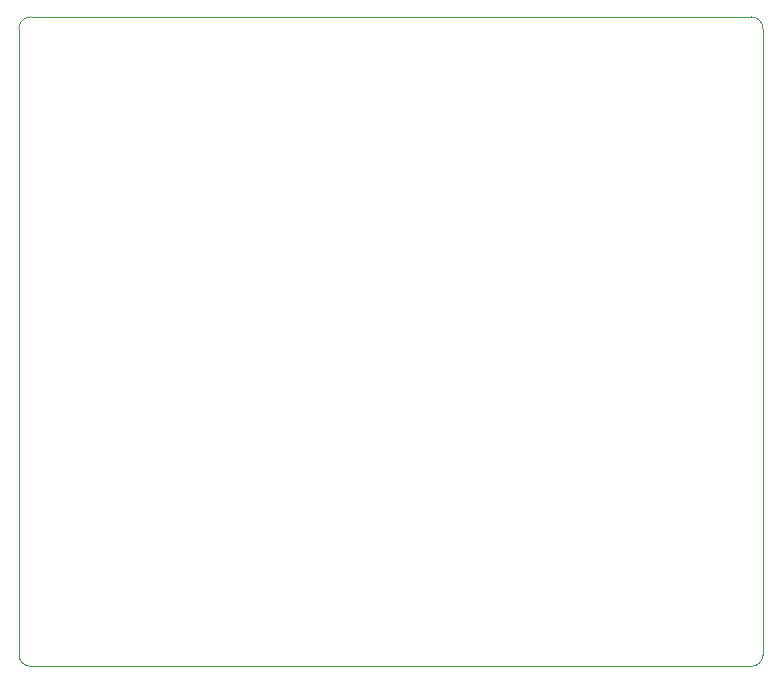
<source format=gbr>
G04 #@! TF.GenerationSoftware,KiCad,Pcbnew,(5.1.10)-1*
G04 #@! TF.CreationDate,2021-08-13T20:40:32+09:00*
G04 #@! TF.ProjectId,lfmassage,6c666d61-7373-4616-9765-2e6b69636164,rev?*
G04 #@! TF.SameCoordinates,Original*
G04 #@! TF.FileFunction,Profile,NP*
%FSLAX46Y46*%
G04 Gerber Fmt 4.6, Leading zero omitted, Abs format (unit mm)*
G04 Created by KiCad (PCBNEW (5.1.10)-1) date 2021-08-13 20:40:32*
%MOMM*%
%LPD*%
G01*
G04 APERTURE LIST*
G04 #@! TA.AperFunction,Profile*
%ADD10C,0.050000*%
G04 #@! TD*
G04 APERTURE END LIST*
D10*
X60000000Y-47000000D02*
X60000000Y-100000000D01*
X123000000Y-100000000D02*
X123000000Y-47000000D01*
X61000000Y-101000000D02*
X122000000Y-101000000D01*
X123000000Y-100000000D02*
G75*
G02*
X122000000Y-101000000I-1000000J0D01*
G01*
X61000000Y-46000000D02*
X122000000Y-46000000D01*
X61000000Y-101000000D02*
G75*
G02*
X60000000Y-100000000I0J1000000D01*
G01*
X60000000Y-47000000D02*
G75*
G02*
X61000000Y-46000000I1000000J0D01*
G01*
X122000000Y-46000000D02*
G75*
G02*
X123000000Y-47000000I0J-1000000D01*
G01*
M02*

</source>
